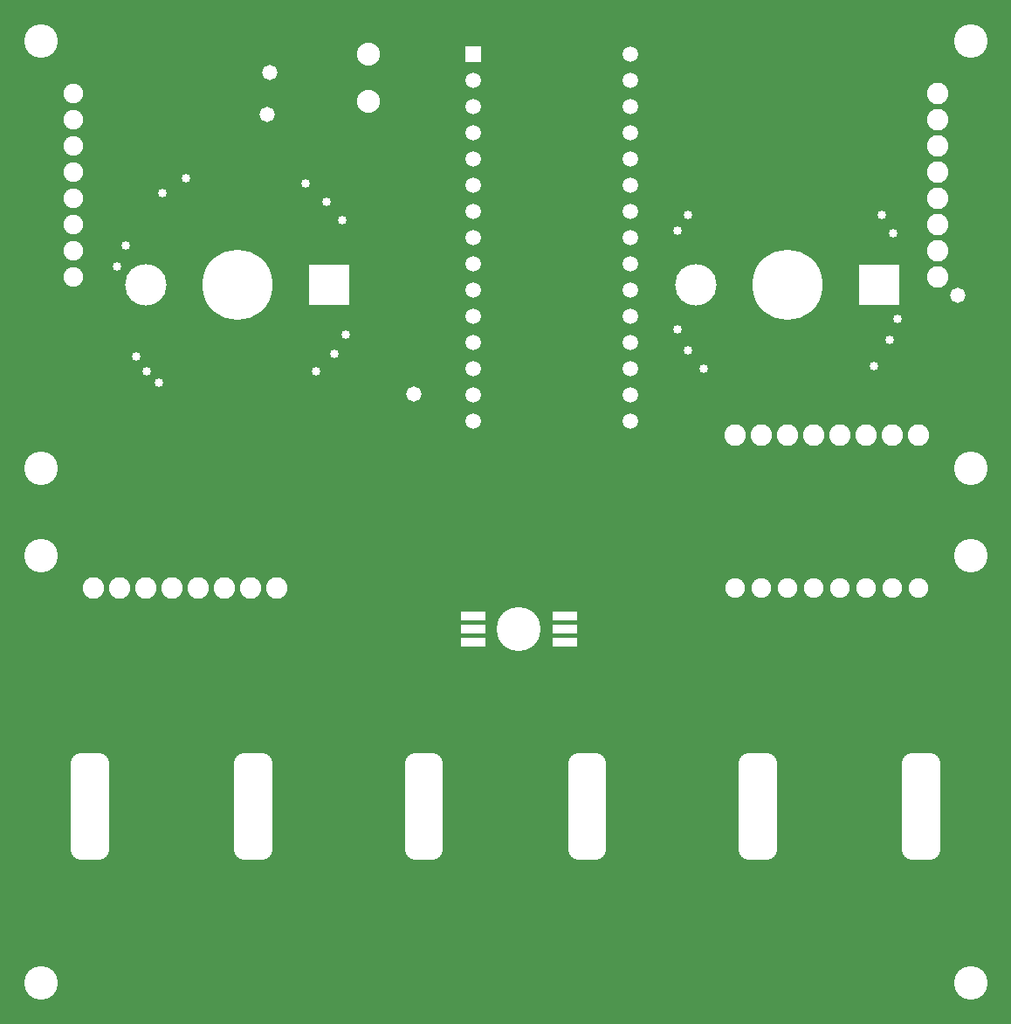
<source format=gbr>
G04 EAGLE Gerber RS-274X export*
G75*
%MOMM*%
%FSLAX34Y34*%
%LPD*%
%INSoldermask Bottom*%
%IPNEG*%
%AMOC8*
5,1,8,0,0,1.08239X$1,22.5*%
G01*
%ADD10C,3.251200*%
%ADD11C,0.853200*%
%ADD12R,1.511200X1.511200*%
%ADD13C,1.511200*%
%ADD14C,2.235200*%
%ADD15C,2.082800*%
%ADD16C,1.908300*%
%ADD17C,4.013200*%
%ADD18R,4.013200X4.013200*%
%ADD19C,6.807200*%
%ADD20C,2.743200*%
%ADD21C,1.962694*%
%ADD22R,2.489200X0.812800*%
%ADD23C,4.267200*%
%ADD24C,1.478200*%


D10*
X38100Y951230D03*
X38100Y537210D03*
X939800Y537210D03*
X939800Y951230D03*
X38100Y38354D03*
X38100Y452374D03*
X939800Y452374D03*
X939800Y38354D03*
D11*
X130810Y645160D03*
X140970Y631190D03*
X152400Y619760D03*
X304800Y631190D03*
X322580Y647700D03*
X334010Y666750D03*
X294640Y812800D03*
X314960Y795020D03*
X330200Y777240D03*
X156210Y803910D03*
X179070Y817880D03*
X111760Y732790D03*
X120650Y753110D03*
X655320Y767080D03*
X665480Y782320D03*
X655320Y671830D03*
X665480Y651510D03*
X680720Y633730D03*
X845820Y636270D03*
X861060Y661670D03*
X868680Y681990D03*
X853440Y782320D03*
X864870Y764540D03*
D12*
X457200Y938530D03*
D13*
X457200Y913130D03*
X457200Y887730D03*
X457200Y862330D03*
X457200Y836930D03*
X457200Y811530D03*
X457200Y786130D03*
X457200Y760730D03*
X457200Y735330D03*
X457200Y709930D03*
X457200Y684530D03*
X457200Y659130D03*
X457200Y633730D03*
X457200Y608330D03*
X457200Y582930D03*
X609600Y582930D03*
X609600Y608330D03*
X609600Y633730D03*
X609600Y659130D03*
X609600Y684530D03*
X609600Y709930D03*
X609600Y735330D03*
X609600Y760730D03*
X609600Y786130D03*
X609600Y811530D03*
X609600Y836930D03*
X609600Y862330D03*
X609600Y887730D03*
X609600Y913130D03*
X609600Y938530D03*
D14*
X355600Y938530D03*
X355600Y892810D03*
D15*
X908050Y900430D03*
X908050Y875030D03*
X908050Y849630D03*
X908050Y824230D03*
X908050Y798830D03*
X908050Y773430D03*
X908050Y748030D03*
X908050Y722630D03*
X889000Y568960D03*
X863600Y568960D03*
X838200Y568960D03*
X812800Y568960D03*
X787400Y568960D03*
X762000Y568960D03*
X736600Y568960D03*
X711200Y568960D03*
D16*
X69850Y900430D03*
X69850Y875030D03*
X69850Y849630D03*
X69850Y824230D03*
X69850Y798830D03*
X69850Y773430D03*
X69850Y748030D03*
X69850Y722630D03*
D17*
X139700Y715010D03*
D18*
X317500Y715010D03*
D19*
X228600Y715010D03*
D20*
X139700Y715010D03*
X317500Y715010D03*
D17*
X673100Y715010D03*
D18*
X850900Y715010D03*
D19*
X762000Y715010D03*
D20*
X673100Y715010D03*
X850900Y715010D03*
D16*
X889000Y420624D03*
X863600Y420624D03*
X838200Y420624D03*
X812800Y420624D03*
X787400Y420624D03*
X762000Y420624D03*
X736600Y420624D03*
X711200Y420624D03*
D15*
X88900Y420624D03*
X114300Y420624D03*
X139700Y420624D03*
X165100Y420624D03*
X190500Y420624D03*
X215900Y420624D03*
X241300Y420624D03*
X266700Y420624D03*
D21*
X417993Y251807D02*
X417993Y167801D01*
X400587Y167801D01*
X400587Y251807D01*
X417993Y251807D01*
X417993Y186447D02*
X400587Y186447D01*
X400587Y205093D02*
X417993Y205093D01*
X417993Y223739D02*
X400587Y223739D01*
X400587Y242385D02*
X417993Y242385D01*
X576313Y251807D02*
X576313Y167801D01*
X558907Y167801D01*
X558907Y251807D01*
X576313Y251807D01*
X576313Y186447D02*
X558907Y186447D01*
X558907Y205093D02*
X576313Y205093D01*
X576313Y223739D02*
X558907Y223739D01*
X558907Y242385D02*
X576313Y242385D01*
X94143Y251807D02*
X94143Y167801D01*
X76737Y167801D01*
X76737Y251807D01*
X94143Y251807D01*
X94143Y186447D02*
X76737Y186447D01*
X76737Y205093D02*
X94143Y205093D01*
X94143Y223739D02*
X76737Y223739D01*
X76737Y242385D02*
X94143Y242385D01*
X252463Y251807D02*
X252463Y167801D01*
X235057Y167801D01*
X235057Y251807D01*
X252463Y251807D01*
X252463Y186447D02*
X235057Y186447D01*
X235057Y205093D02*
X252463Y205093D01*
X252463Y223739D02*
X235057Y223739D01*
X235057Y242385D02*
X252463Y242385D01*
X741843Y251807D02*
X741843Y167801D01*
X724437Y167801D01*
X724437Y251807D01*
X741843Y251807D01*
X741843Y186447D02*
X724437Y186447D01*
X724437Y205093D02*
X741843Y205093D01*
X741843Y223739D02*
X724437Y223739D01*
X724437Y242385D02*
X741843Y242385D01*
X900163Y251807D02*
X900163Y167801D01*
X882757Y167801D01*
X882757Y251807D01*
X900163Y251807D01*
X900163Y186447D02*
X882757Y186447D01*
X882757Y205093D02*
X900163Y205093D01*
X900163Y223739D02*
X882757Y223739D01*
X882757Y242385D02*
X900163Y242385D01*
D22*
X457200Y368554D03*
X457200Y381254D03*
X457200Y393954D03*
X546100Y393954D03*
X546100Y381254D03*
X546100Y368554D03*
D23*
X501650Y381254D03*
D24*
X927100Y704850D03*
X400050Y608490D03*
X260350Y920750D03*
X257175Y879475D03*
M02*

</source>
